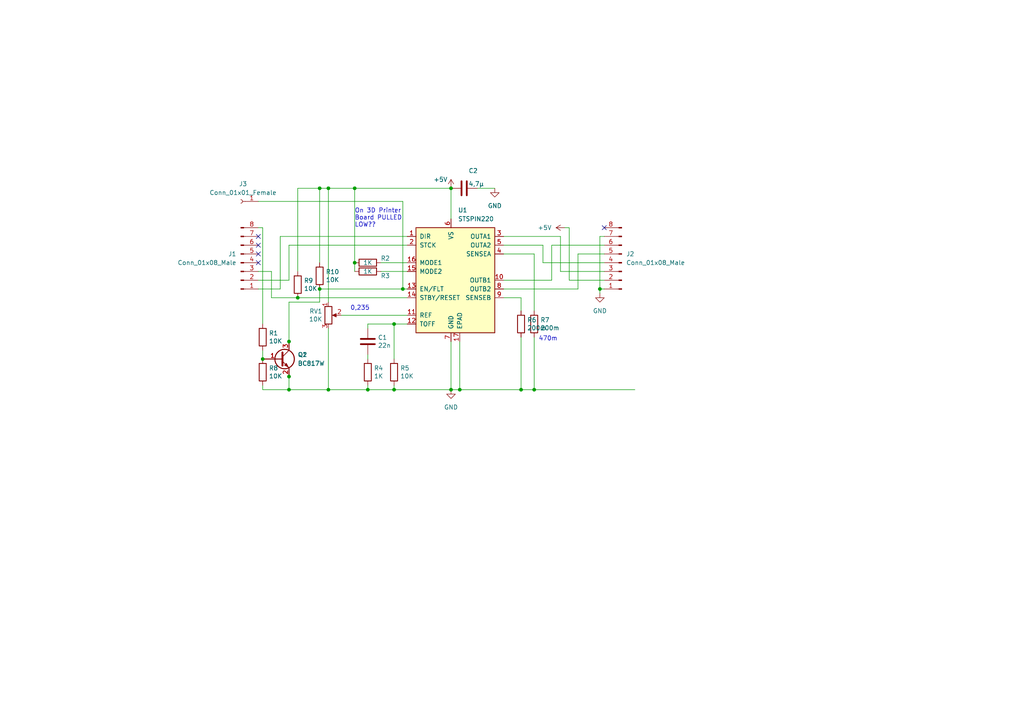
<source format=kicad_sch>
(kicad_sch (version 20211123) (generator eeschema)
  (paper "A4")
  (lib_symbols
    (symbol "Connector:Conn_01x01_Female" (pin_names (offset 1.016) hide)
      (property "Reference" "J" (at 0 2.54 0))
      (property "Value" "Conn_01x01_Female" (at 0 -2.54 0))
      (symbol "Conn_01x01_Female_1_1"
        (polyline (pts (xy -1.27 0) (xy -0.508 0)) (stroke (width 0.1524)))
        (arc (start 0 0.508) (mid -0.508 0) (end 0 -0.508) (stroke (width 0.1524)))
        (pin passive line (at -5.08 0 0) (length 3.81) (name "Pin_1") (number "1"))
      )
    )
    (symbol "Connector:Conn_01x08_Male" (pin_names (offset 1.016) hide)
      (property "Reference" "J" (at 0 10.16 0))
      (property "Value" "Conn_01x08_Male" (at 0 -12.7 0))
      (symbol "Conn_01x08_Male_1_1"
        (polyline (pts (xy 1.27 -10.16) (xy 0.8636 -10.16)) (stroke (width 0.1524)))
        (polyline (pts (xy 1.27 -7.62) (xy 0.8636 -7.62)) (stroke (width 0.1524)))
        (polyline (pts (xy 1.27 -5.08) (xy 0.8636 -5.08)) (stroke (width 0.1524)))
        (polyline (pts (xy 1.27 -2.54) (xy 0.8636 -2.54)) (stroke (width 0.1524)))
        (polyline (pts (xy 1.27 0) (xy 0.8636 0)) (stroke (width 0.1524)))
        (polyline (pts (xy 1.27 2.54) (xy 0.8636 2.54)) (stroke (width 0.1524)))
        (polyline (pts (xy 1.27 5.08) (xy 0.8636 5.08)) (stroke (width 0.1524)))
        (polyline (pts (xy 1.27 7.62) (xy 0.8636 7.62)) (stroke (width 0.1524)))
        (rectangle (start 0.8636 -10.033) (end 0 -10.287) (stroke (width 0.1524)) (fill (type outline)))
        (rectangle (start 0.8636 -7.493) (end 0 -7.747) (stroke (width 0.1524)) (fill (type outline)))
        (rectangle (start 0.8636 -4.953) (end 0 -5.207) (stroke (width 0.1524)) (fill (type outline)))
        (rectangle (start 0.8636 -2.413) (end 0 -2.667) (stroke (width 0.1524)) (fill (type outline)))
        (rectangle (start 0.8636 0.127) (end 0 -0.127) (stroke (width 0.1524)) (fill (type outline)))
        (rectangle (start 0.8636 2.667) (end 0 2.413) (stroke (width 0.1524)) (fill (type outline)))
        (rectangle (start 0.8636 5.207) (end 0 4.953) (stroke (width 0.1524)) (fill (type outline)))
        (rectangle (start 0.8636 7.747) (end 0 7.493) (stroke (width 0.1524)) (fill (type outline)))
        (pin passive line (at 5.08 7.62 180) (length 3.81) (name "Pin_1") (number "1"))
        (pin passive line (at 5.08 5.08 180) (length 3.81) (name "Pin_2") (number "2"))
        (pin passive line (at 5.08 2.54 180) (length 3.81) (name "Pin_3") (number "3"))
        (pin passive line (at 5.08 0 180) (length 3.81) (name "Pin_4") (number "4"))
        (pin passive line (at 5.08 -2.54 180) (length 3.81) (name "Pin_5") (number "5"))
        (pin passive line (at 5.08 -5.08 180) (length 3.81) (name "Pin_6") (number "6"))
        (pin passive line (at 5.08 -7.62 180) (length 3.81) (name "Pin_7") (number "7"))
        (pin passive line (at 5.08 -10.16 180) (length 3.81) (name "Pin_8") (number "8"))
      )
    )
    (symbol "Device:C" (pin_numbers hide) (pin_names (offset 0.254))
      (property "Reference" "C" (at 0.635 2.54 0))
      (property "Value" "C" (at 0.635 -2.54 0))
      (symbol "C_0_1"
        (polyline (pts (xy -2.032 -0.762) (xy 2.032 -0.762)) (stroke (width 0.508)))
        (polyline (pts (xy -2.032 0.762) (xy 2.032 0.762)) (stroke (width 0.508)))
      )
      (symbol "C_1_1"
        (pin passive line (at 0 3.81 270) (length 2.794) (name "~") (number "1"))
        (pin passive line (at 0 -3.81 90) (length 2.794) (name "~") (number "2"))
      )
    )
    (symbol "Device:R" (pin_numbers hide) (pin_names (offset 0))
      (property "Reference" "R" (at 2.032 0 90))
      (property "Value" "R" (at 0 0 90))
      (symbol "R_0_1"
        (rectangle (start -1.016 -2.54) (end 1.016 2.54) (stroke (width 0.254)))
      )
      (symbol "R_1_1"
        (pin passive line (at 0 3.81 270) (length 1.27) (name "~") (number "1"))
        (pin passive line (at 0 -3.81 90) (length 1.27) (name "~") (number "2"))
      )
    )
    (symbol "Driver_Motor:STSPIN220" (pin_names (offset 1.016))
      (property "Reference" "U" (at -10.16 16.51 0))
      (property "Value" "STSPIN220" (at 5.08 16.51 0))
      (symbol "STSPIN220_0_1"
        (rectangle (start -10.16 15.24) (end 12.7 -15.24) (stroke (width 0.254)) (fill (type background)))
      )
      (symbol "STSPIN220_1_1"
        (pin input line (at -12.7 12.7 0) (length 2.54) (name "DIR") (number "1"))
        (pin power_out line (at 15.24 0 180) (length 2.54) (name "OUTB1") (number "10"))
        (pin input line (at -12.7 -10.16 0) (length 2.54) (name "REF") (number "11"))
        (pin input line (at -12.7 -12.7 0) (length 2.54) (name "TOFF") (number "12"))
        (pin bidirectional line (at -12.7 -2.54 0) (length 2.54) (name "EN/FLT") (number "13"))
        (pin input line (at -12.7 -5.08 0) (length 2.54) (name "STBY/RESET") (number "14"))
        (pin input line (at -12.7 2.54 0) (length 2.54) (name "MODE2") (number "15"))
        (pin input line (at -12.7 5.08 0) (length 2.54) (name "MODE1") (number "16"))
        (pin power_in line (at 2.54 -17.78 90) (length 2.54) (name "EPAD") (number "17"))
        (pin input line (at -12.7 10.16 0) (length 2.54) (name "STCK") (number "2"))
        (pin power_out line (at 15.24 12.7 180) (length 2.54) (name "OUTA1") (number "3"))
        (pin power_out line (at 15.24 7.62 180) (length 2.54) (name "SENSEA") (number "4"))
        (pin power_out line (at 15.24 10.16 180) (length 2.54) (name "OUTA2") (number "5"))
        (pin power_in line (at 0 17.78 270) (length 2.54) (name "VS") (number "6"))
        (pin power_in line (at 0 -17.78 90) (length 2.54) (name "GND") (number "7"))
        (pin power_out line (at 15.24 -2.54 180) (length 2.54) (name "OUTB2") (number "8"))
        (pin power_out line (at 15.24 -5.08 180) (length 2.54) (name "SENSEB") (number "9"))
      )
    )
    (symbol "TinyCore_V2-rescue:R_POT-Device" (pin_names (offset 1.016) hide)
      (property "Reference" "RV" (at -4.445 0 90))
      (property "Value" "R_POT-Device" (at -2.54 0 90))
      (symbol "R_POT-Device_0_1"
        (polyline (pts (xy 2.54 0) (xy 1.524 0)))
        (polyline (pts (xy 1.143 0) (xy 2.286 0.508) (xy 2.286 -0.508) (xy 1.143 0)) (fill (type outline)))
        (rectangle (start 1.016 2.54) (end -1.016 -2.54) (stroke (width 0.254)))
      )
      (symbol "R_POT-Device_1_1"
        (pin passive line (at 0 3.81 270) (length 1.27) (name "1") (number "1"))
        (pin passive line (at 3.81 0 180) (length 1.27) (name "2") (number "2"))
        (pin passive line (at 0 -3.81 90) (length 1.27) (name "3") (number "3"))
      )
    )
    (symbol "Transistor_BJT:BC817" (pin_names (offset 0) hide)
      (property "Reference" "Q" (at 5.08 1.905 0))
      (property "Value" "BC817" (at 5.08 0 0))
      (symbol "BC817_0_1"
        (polyline (pts (xy 0.635 0.635) (xy 2.54 2.54)))
        (polyline (pts (xy 0.635 -0.635) (xy 2.54 -2.54) (xy 2.54 -2.54)))
        (polyline (pts (xy 0.635 1.905) (xy 0.635 -1.905) (xy 0.635 -1.905)) (stroke (width 0.508)))
        (polyline (pts (xy 1.27 -1.778) (xy 1.778 -1.27) (xy 2.286 -2.286) (xy 1.27 -1.778) (xy 1.27 -1.778)) (fill (type outline)))
        (circle (center 1.27 0) (radius 2.8194) (stroke (width 0.254)))
      )
      (symbol "BC817_1_1"
        (pin input line (at -5.08 0 0) (length 5.715) (name "B") (number "1"))
        (pin passive line (at 2.54 -5.08 90) (length 2.54) (name "E") (number "2"))
        (pin passive line (at 2.54 5.08 270) (length 2.54) (name "C") (number "3"))
      )
    )
    (symbol "Transistor_BJT:BC817W" (pin_names (offset 0) hide)
      (property "Reference" "Q" (at 5.08 1.905 0))
      (property "Value" "BC817W" (at 5.08 0 0))
      (symbol "BC817W_0_1"
        (polyline (pts (xy 0.635 0.635) (xy 2.54 2.54)))
        (polyline (pts (xy 0.635 -0.635) (xy 2.54 -2.54) (xy 2.54 -2.54)))
        (polyline (pts (xy 0.635 1.905) (xy 0.635 -1.905) (xy 0.635 -1.905)) (stroke (width 0.508)))
        (polyline (pts (xy 1.27 -1.778) (xy 1.778 -1.27) (xy 2.286 -2.286) (xy 1.27 -1.778) (xy 1.27 -1.778)) (fill (type outline)))
        (circle (center 1.27 0) (radius 2.8194) (stroke (width 0.254)))
      )
      (symbol "BC817W_1_1"
        (pin input line (at -5.08 0 0) (length 5.715) (name "B") (number "1"))
        (pin passive line (at 2.54 -5.08 90) (length 2.54) (name "E") (number "2"))
        (pin passive line (at 2.54 5.08 270) (length 2.54) (name "C") (number "3"))
      )
    )
    (symbol "power:+5V" (power) (pin_names (offset 0))
      (property "Value" "+5V" (at 0 3.556 0))
      (symbol "+5V_0_1"
        (polyline (pts (xy -0.762 1.27) (xy 0 2.54)))
        (polyline (pts (xy 0 0) (xy 0 2.54)))
        (polyline (pts (xy 0 2.54) (xy 0.762 1.27)))
      )
      (symbol "+5V_1_1"
        (pin power_in line (at 0 0 90) (length 0) hide (name "+5V") (number "1"))
      )
    )
    (symbol "power:GND" (power) (pin_names (offset 0))
      (property "Value" "GND" (at 0 -3.81 0))
      (symbol "GND_0_1"
        (polyline (pts (xy 0 0) (xy 0 -1.27) (xy 1.27 -1.27) (xy 0 -2.54) (xy -1.27 -1.27) (xy 0 -1.27)))
      )
      (symbol "GND_1_1"
        (pin power_in line (at 0 0 270) (length 0) hide (name "GND") (number "1"))
      )
    )
  )
  (junction (at 106.68 113.03))
  (junction (at 92.71 54.61))
  (junction (at 154.94 113.03))
  (junction (at 130.81 54.61))
  (junction (at 114.3 93.98))
  (junction (at 130.81 113.03))
  (junction (at 76.2 104.14))
  (junction (at 102.87 54.61))
  (junction (at 95.25 54.61))
  (junction (at 95.25 113.03))
  (junction (at 83.82 109.22))
  (junction (at 102.87 76.2))
  (junction (at 83.82 113.03))
  (junction (at 151.13 113.03))
  (junction (at 114.3 113.03))
  (junction (at 116.84 83.82))
  (junction (at 83.82 99.06))
  (junction (at 133.35 113.03))
  (junction (at 86.36 86.36))
  (junction (at 173.99 83.82))
  (junction (at 92.71 83.82))
  (no_connect (at 74.93 73.66))
  (no_connect (at 74.93 71.12))
  (no_connect (at 74.93 68.58))
  (no_connect (at 74.93 76.2))
  (no_connect (at 175.26 66.04))
  (wire (pts (xy 78.74 86.36) (xy 78.74 78.74)))
  (wire (pts (xy 76.2 111.76) (xy 76.2 113.03)))
  (wire (pts (xy 83.82 71.12) (xy 118.11 71.12)))
  (wire (pts (xy 83.82 87.63) (xy 92.71 87.63)))
  (wire (pts (xy 95.25 113.03) (xy 83.82 113.03)))
  (wire (pts (xy 92.71 54.61) (xy 92.71 76.2)))
  (wire (pts (xy 106.68 93.98) (xy 114.3 93.98)))
  (wire (pts (xy 146.05 86.36) (xy 151.13 86.36)))
  (wire (pts (xy 165.1 66.04) (xy 165.1 81.28)))
  (wire (pts (xy 81.28 68.58) (xy 81.28 83.82)))
  (wire (pts (xy 146.05 73.66) (xy 154.94 73.66)))
  (wire (pts (xy 106.68 111.76) (xy 106.68 113.03)))
  (wire (pts (xy 102.87 54.61) (xy 102.87 76.2)))
  (wire (pts (xy 133.35 113.03) (xy 151.13 113.03)))
  (wire (pts (xy 116.84 83.82) (xy 116.84 58.42)))
  (wire (pts (xy 116.84 83.82) (xy 118.11 83.82)))
  (wire (pts (xy 184.15 113.03) (xy 154.94 113.03)))
  (wire (pts (xy 165.1 81.28) (xy 175.26 81.28)))
  (wire (pts (xy 106.68 102.87) (xy 106.68 104.14)))
  (wire (pts (xy 151.13 86.36) (xy 151.13 90.17)))
  (wire (pts (xy 157.48 76.2) (xy 175.26 76.2)))
  (wire (pts (xy 74.93 66.04) (xy 76.2 66.04)))
  (wire (pts (xy 154.94 113.03) (xy 154.94 97.79)))
  (wire (pts (xy 106.68 113.03) (xy 114.3 113.03)))
  (wire (pts (xy 151.13 113.03) (xy 154.94 113.03)))
  (wire (pts (xy 114.3 104.14) (xy 114.3 93.98)))
  (wire (pts (xy 157.48 71.12) (xy 157.48 76.2)))
  (wire (pts (xy 143.51 54.61) (xy 138.43 54.61)))
  (wire (pts (xy 162.56 68.58) (xy 162.56 78.74)))
  (wire (pts (xy 167.64 83.82) (xy 167.64 73.66)))
  (wire (pts (xy 83.82 81.28) (xy 83.82 71.12)))
  (wire (pts (xy 76.2 101.6) (xy 76.2 104.14)))
  (wire (pts (xy 146.05 83.82) (xy 167.64 83.82)))
  (wire (pts (xy 76.2 113.03) (xy 83.82 113.03)))
  (wire (pts (xy 160.02 71.12) (xy 160.02 81.28)))
  (wire (pts (xy 114.3 111.76) (xy 114.3 113.03)))
  (wire (pts (xy 114.3 113.03) (xy 130.81 113.03)))
  (wire (pts (xy 175.26 83.82) (xy 173.99 83.82)))
  (wire (pts (xy 92.71 54.61) (xy 95.25 54.61)))
  (wire (pts (xy 175.26 71.12) (xy 160.02 71.12)))
  (wire (pts (xy 86.36 78.74) (xy 86.36 54.61)))
  (wire (pts (xy 78.74 86.36) (xy 86.36 86.36)))
  (wire (pts (xy 116.84 58.42) (xy 74.93 58.42)))
  (wire (pts (xy 165.1 66.04) (xy 163.83 66.04)))
  (wire (pts (xy 76.2 66.04) (xy 76.2 93.98)))
  (wire (pts (xy 83.82 113.03) (xy 83.82 109.22)))
  (wire (pts (xy 175.26 68.58) (xy 173.99 68.58)))
  (wire (pts (xy 92.71 87.63) (xy 92.71 83.82)))
  (wire (pts (xy 78.74 78.74) (xy 74.93 78.74)))
  (wire (pts (xy 160.02 81.28) (xy 146.05 81.28)))
  (wire (pts (xy 102.87 54.61) (xy 95.25 54.61)))
  (wire (pts (xy 130.81 54.61) (xy 102.87 54.61)))
  (wire (pts (xy 133.35 113.03) (xy 133.35 99.06)))
  (wire (pts (xy 74.93 81.28) (xy 83.82 81.28)))
  (wire (pts (xy 118.11 91.44) (xy 99.06 91.44)))
  (wire (pts (xy 130.81 63.5) (xy 130.81 54.61)))
  (wire (pts (xy 81.28 83.82) (xy 74.93 83.82)))
  (wire (pts (xy 92.71 83.82) (xy 116.84 83.82)))
  (wire (pts (xy 130.81 99.06) (xy 130.81 113.03)))
  (wire (pts (xy 146.05 68.58) (xy 162.56 68.58)))
  (wire (pts (xy 162.56 78.74) (xy 175.26 78.74)))
  (wire (pts (xy 173.99 68.58) (xy 173.99 83.82)))
  (wire (pts (xy 110.49 76.2) (xy 118.11 76.2)))
  (wire (pts (xy 83.82 99.06) (xy 83.82 87.63)))
  (wire (pts (xy 154.94 73.66) (xy 154.94 90.17)))
  (wire (pts (xy 118.11 78.74) (xy 110.49 78.74)))
  (wire (pts (xy 130.81 113.03) (xy 133.35 113.03)))
  (wire (pts (xy 114.3 93.98) (xy 118.11 93.98)))
  (wire (pts (xy 146.05 71.12) (xy 157.48 71.12)))
  (wire (pts (xy 167.64 73.66) (xy 175.26 73.66)))
  (wire (pts (xy 95.25 87.63) (xy 95.25 54.61)))
  (wire (pts (xy 86.36 86.36) (xy 118.11 86.36)))
  (wire (pts (xy 81.28 68.58) (xy 118.11 68.58)))
  (wire (pts (xy 173.99 83.82) (xy 173.99 85.09)))
  (wire (pts (xy 102.87 76.2) (xy 102.87 78.74)))
  (wire (pts (xy 86.36 54.61) (xy 92.71 54.61)))
  (wire (pts (xy 106.68 93.98) (xy 106.68 95.25)))
  (wire (pts (xy 151.13 97.79) (xy 151.13 113.03)))
  (wire (pts (xy 95.25 113.03) (xy 106.68 113.03)))
  (wire (pts (xy 95.25 95.25) (xy 95.25 113.03)))
  (text "0,235" (at 101.6 90.17 0) (effects (font (size 1.27 1.27)) (justify left bottom)))
  (text "On 3D Printer \nBoard PULLED \nLOW??" (at 102.87 66.04 0) (effects (font (size 1.27 1.27)) (justify left bottom)))
  (text "470m" (at 156.21 99.06 0) (effects (font (size 1.27 1.27)) (justify left bottom)))
  (symbol (lib_id "Device:R") (at 106.68 78.74 270) (unit 1)
    (property "Reference" "R3" (at 111.76 80.01 90))
    (property "Value" "1K" (at 106.68 78.74 90))
    (property "Footprint" "Resistor_SMD:R_0603_1608Metric" (effects hide))
  )
  (symbol (lib_id "power:GND") (at 130.81 113.03 0) (unit 1)
    (property "Reference" "#PWR0101" (effects hide))
    (property "Value" "GND" (at 130.81 118.11 0))
  )
  (symbol (lib_id "Driver_Motor:STSPIN220") (at 130.81 81.28 0) (unit 1)
    (property "Reference" "U1" (at 132.8294 60.96 0) (effects (justify left)))
    (property "Value" "STSPIN220" (at 132.8294 63.5 0) (effects (justify left)))
    (property "Footprint" "Package_DFN_QFN:VQFN-16-1EP_3x3mm_P0.5mm_EP1.8x1.8mm" (effects hide))
    (property "Datasheet" "www.st.com/resource/en/datasheet/stspin220.pdf" (effects hide))
  )
  (symbol (lib_id "Device:R") (at 106.68 76.2 270) (unit 1)
    (property "Reference" "R2" (at 111.76 74.93 90))
    (property "Value" "1K" (at 106.68 76.2 90))
    (property "Footprint" "Resistor_SMD:R_0603_1608Metric" (effects hide))
  )
  (symbol (lib_id "TinyCore_V2-rescue:R_POT-Device") (at 95.25 91.44 0) (unit 1)
    (property "Reference" "RV1" (at 93.4974 90.2716 0) (effects (justify right)))
    (property "Value" "10K" (at 93.4974 92.583 0) (effects (justify right)))
    (property "Footprint" "Potentiometer_SMD:Potentiometer_Bourns_TC33X_Vertical" (effects hide))
  )
  (symbol (lib_id "Device:R") (at 92.71 80.01 180) (unit 1)
    (property "Reference" "R10" (at 94.488 78.8416 0) (effects (justify right)))
    (property "Value" "10K" (at 94.488 81.153 0) (effects (justify right)))
    (property "Footprint" "Resistor_SMD:R_0603_1608Metric" (effects hide))
  )
  (symbol (lib_id "Connector:Conn_01x08_Male") (at 180.34 76.2 180) (unit 1)
    (property "Reference" "J2" (at 181.61 73.6599 0) (effects (justify right)))
    (property "Value" "Conn_01x08_Male" (at 181.61 76.1999 0) (effects (justify right)))
    (property "Footprint" "Connector_PinHeader_2.54mm:PinHeader_1x08_P2.54mm_Vertical" (effects hide))
  )
  (symbol (lib_id "Device:R") (at 76.2 107.95 180) (unit 1)
    (property "Reference" "R8" (at 77.978 106.7816 0) (effects (justify right)))
    (property "Value" "10K" (at 77.978 109.093 0) (effects (justify right)))
    (property "Footprint" "Resistor_SMD:R_0603_1608Metric" (effects hide))
  )
  (symbol (lib_id "Device:C") (at 134.62 54.61 270) (unit 1)
    (property "Reference" "C2" (at 135.89 49.53 90) (effects (justify left)))
    (property "Value" "4,7µ" (at 135.89 53.34 90) (effects (justify left)))
    (property "Footprint" "Capacitor_SMD:C_0603_1608Metric" (effects hide))
  )
  (symbol (lib_id "power:GND") (at 143.51 54.61 0) (mirror y) (unit 1)
    (property "Reference" "#PWR0104" (effects hide))
    (property "Value" "GND" (at 143.51 59.69 0))
  )
  (symbol (lib_id "Device:R") (at 154.94 93.98 0) (unit 1)
    (property "Reference" "R7" (at 156.718 92.8116 0) (effects (justify left)))
    (property "Value" "200m" (at 156.718 95.123 0) (effects (justify left)))
    (property "Footprint" "Resistor_SMD:R_0603_1608Metric" (effects hide))
  )
  (symbol (lib_id "Device:R") (at 86.36 82.55 180) (unit 1)
    (property "Reference" "R9" (at 88.138 81.3816 0) (effects (justify right)))
    (property "Value" "10K" (at 88.138 83.693 0) (effects (justify right)))
    (property "Footprint" "Resistor_SMD:R_0603_1608Metric" (effects hide))
  )
  (symbol (lib_id "Device:R") (at 114.3 107.95 180) (unit 1)
    (property "Reference" "R5" (at 116.078 106.7816 0) (effects (justify right)))
    (property "Value" "10K" (at 116.078 109.093 0) (effects (justify right)))
    (property "Footprint" "Resistor_SMD:R_0603_1608Metric" (effects hide))
  )
  (symbol (lib_id "power:+5V") (at 130.81 54.61 0) (unit 1)
    (property "Reference" "#PWR0105" (effects hide))
    (property "Value" "+5V" (at 125.73 52.07 0) (effects (justify left)))
  )
  (symbol (lib_id "power:GND") (at 173.99 85.09 0) (mirror y) (unit 1)
    (property "Reference" "#PWR0102" (effects hide))
    (property "Value" "GND" (at 173.99 90.17 0))
  )
  (symbol (lib_id "Device:C") (at 106.68 99.06 0) (unit 1)
    (property "Reference" "C1" (at 109.601 97.8916 0) (effects (justify left)))
    (property "Value" "22n" (at 109.601 100.203 0) (effects (justify left)))
    (property "Footprint" "Capacitor_SMD:C_0603_1608Metric" (effects hide))
  )
  (symbol (lib_id "power:+5V") (at 163.83 66.04 90) (mirror x) (unit 1)
    (property "Reference" "#PWR0103" (effects hide))
    (property "Value" "+5V" (at 160.02 66.0399 90) (effects (justify left)))
  )
  (symbol (lib_id "Connector:Conn_01x08_Male") (at 69.85 76.2 0) (mirror x) (unit 1)
    (property "Reference" "J1" (at 68.58 73.6599 0) (effects (justify right)))
    (property "Value" "Conn_01x08_Male" (at 68.58 76.1999 0) (effects (justify right)))
    (property "Footprint" "Connector_PinHeader_2.54mm:PinHeader_1x08_P2.54mm_Vertical" (effects hide))
  )
  (symbol (lib_id "Transistor_BJT:BC817") (at 81.28 104.14 0) (unit 1)
    (property "Reference" "Q1" (at 86.36 102.8699 0) (effects (justify left)))
    (property "Value" "BC817" (at 86.36 105.4099 0) (effects (justify left)))
    (property "Footprint" "Package_TO_SOT_SMD:SOT-23" (effects hide))
    (property "Datasheet" "https://www.onsemi.com/pub/Collateral/BC818-D.pdf" (effects hide))
  )
  (symbol (lib_id "Connector:Conn_01x01_Female") (at 69.85 58.42 180) (unit 1)
    (property "Reference" "J3" (at 70.485 53.34 0))
    (property "Value" "Conn_01x01_Female" (at 70.485 55.88 0))
    (property "Footprint" "TestPoint:TestPoint_Pad_2.0x2.0mm" (effects hide))
  )
  (symbol (lib_id "Transistor_BJT:BC817W") (at 81.28 104.14 0) (unit 1)
    (property "Reference" "Q2" (at 86.36 102.8699 0) (effects (justify left)))
    (property "Value" "BC817W" (at 86.36 105.4099 0) (effects (justify left)))
    (property "Footprint" "Package_TO_SOT_SMD:SOT-323_SC-70" (effects hide))
    (property "Datasheet" "https://www.onsemi.com/pub/Collateral/BC818-D.pdf" (effects hide))
  )
  (symbol (lib_id "Device:R") (at 151.13 93.98 0) (unit 1)
    (property "Reference" "R6" (at 152.908 92.8116 0) (effects (justify left)))
    (property "Value" "200m" (at 152.908 95.123 0) (effects (justify left)))
    (property "Footprint" "Resistor_SMD:R_0603_1608Metric" (effects hide))
  )
  (symbol (lib_id "Device:R") (at 76.2 97.79 180) (unit 1)
    (property "Reference" "R1" (at 77.978 96.6216 0) (effects (justify right)))
    (property "Value" "10K" (at 77.978 98.933 0) (effects (justify right)))
    (property "Footprint" "Resistor_SMD:R_0603_1608Metric" (effects hide))
  )
  (symbol (lib_id "Device:R") (at 106.68 107.95 0) (unit 1)
    (property "Reference" "R4" (at 108.458 106.7816 0) (effects (justify left)))
    (property "Value" "1K" (at 108.458 109.093 0) (effects (justify left)))
    (property "Footprint" "Resistor_SMD:R_0603_1608Metric" (effects hide))
  )
)
</source>
